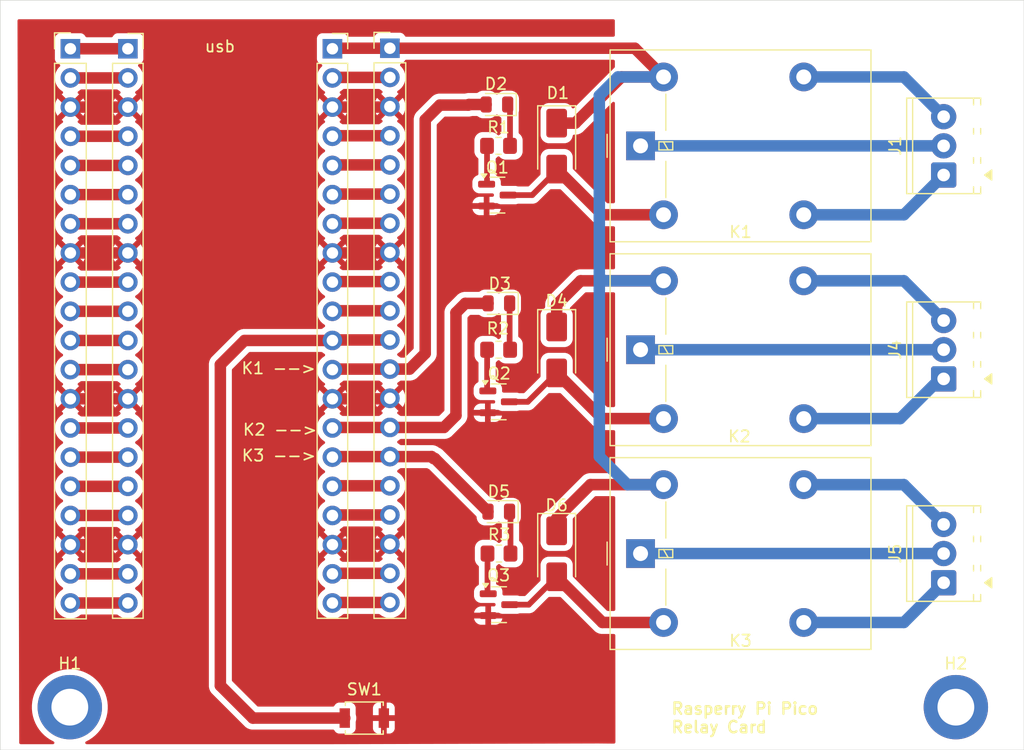
<source format=kicad_pcb>
(kicad_pcb (version 20241229) (generator "pcbnew") (generator_version "9.0")
  (layers (0 "F.Cu" signal) (2 "B.Cu" signal) (13 "F.Paste" user) (15 "B.Paste" user) (5 "F.SilkS" user "F.Silkscreen") (7 "B.SilkS" user "B.Silkscreen") (1 "F.Mask" user) (3 "B.Mask" user) (25 "Edge.Cuts" user))
  (net 0 "")
  (net 1 "/VBUS")
  (net 2 "Net-(D1-A)")
  (net 3 "Net-(D2-K)")
  (net 4 "/GP22")
  (net 5 "/GP21")
  (net 6 "Net-(D3-K)")
  (net 7 "Net-(D4-A)")
  (net 8 "/GP20")
  (net 9 "Net-(D5-K)")
  (net 10 "Net-(D6-A)")
  (net 11 "Net-(J1-Pin_2)")
  (net 12 "Net-(J1-Pin_3)")
  (net 13 "Net-(J1-Pin_1)")
  (net 14 "Net-(J2-Pin_20)")
  (net 15 "Net-(J2-Pin_5)")
  (net 16 "GND")
  (net 17 "Net-(J2-Pin_14)")
  (net 18 "Net-(J2-Pin_10)")
  (net 19 "Net-(J2-Pin_4)")
  (net 20 "Net-(J2-Pin_15)")
  (net 21 "Net-(J2-Pin_9)")
  (net 22 "Net-(J2-Pin_1)")
  (net 23 "Net-(J2-Pin_19)")
  (net 24 "Net-(J2-Pin_7)")
  (net 25 "Net-(J2-Pin_2)")
  (net 26 "Net-(J2-Pin_11)")
  (net 27 "Net-(J2-Pin_17)")
  (net 28 "Net-(J2-Pin_16)")
  (net 29 "Net-(J2-Pin_12)")
  (net 30 "Net-(J2-Pin_6)")
  (net 31 "Net-(J4-Pin_3)")
  (net 32 "Net-(J4-Pin_1)")
  (net 33 "Net-(J4-Pin_2)")
  (net 34 "Net-(J5-Pin_2)")
  (net 35 "Net-(J5-Pin_3)")
  (net 36 "Net-(J5-Pin_1)")
  (net 37 "Net-(J6-Pin_16)")
  (net 38 "Net-(J6-Pin_9)")
  (net 39 "Net-(J6-Pin_2)")
  (net 40 "Net-(J6-Pin_7)")
  (net 41 "Net-(J6-Pin_17)")
  (net 42 "Net-(J6-Pin_10)")
  (net 43 "Net-(J6-Pin_19)")
  (net 44 "Net-(J6-Pin_5)")
  (net 45 "Net-(J6-Pin_20)")
  (net 46 "Net-(J6-Pin_4)")
  (net 47 "/RUN")
  (net 48 "Net-(J6-Pin_6)")
  (net 49 "Net-(Q1-B)")
  (net 50 "Net-(Q2-B)")
  (net 51 "Net-(Q3-B)")
  (footprint "Connector_PinHeader_2.54mm:PinHeader_1x20_P2.54mm_Vertical" (layer "F.Cu") (at 47.2 26.92)
    (property "Reference" "J2" (hide yes))
    (property "Value" "Pico Left" (hide yes))
    (fp_line (start -1.38 -1.38) (end 0 -1.38) (stroke (width 0.12)) (layer "F.SilkS"))
    (fp_line (start -1.38 0) (end -1.38 -1.38) (stroke (width 0.12)) (layer "F.SilkS"))
    (fp_line (start -1.38 1.27) (end -1.38 49.64) (stroke (width 0.12)) (layer "F.SilkS"))
    (fp_line (start -1.38 1.27) (end 1.38 1.27) (stroke (width 0.12)) (layer "F.SilkS"))
    (fp_line (start -1.38 49.64) (end 1.38 49.64) (stroke (width 0.12)) (layer "F.SilkS"))
    (fp_line (start 1.38 1.27) (end 1.38 49.64) (stroke (width 0.12)) (layer "F.SilkS"))
    (pad "1" thru_hole rect (at 0 0) (size 1.7 1.7) (drill 1) (layers "*.Cu" "*.Mask") (net 22 "Net-(J2-Pin_1)"))
    (pad "2" thru_hole circle (at 0 2.54) (size 1.7 1.7) (drill 1) (layers "*.Cu" "*.Mask") (net 25 "Net-(J2-Pin_2)"))
    (pad "3" thru_hole circle (at 0 5.08) (size 1.7 1.7) (drill 1) (layers "*.Cu" "*.Mask") (net 16 "GND"))
    (pad "4" thru_hole circle (at 0 7.62) (size 1.7 1.7) (drill 1) (layers "*.Cu" "*.Mask") (net 19 "Net-(J2-Pin_4)"))
    (pad "5" thru_hole circle (at 0 10.16) (size 1.7 1.7) (drill 1) (layers "*.Cu" "*.Mask") (net 15 "Net-(J2-Pin_5)"))
    (pad "6" thru_hole circle (at 0 12.7) (size 1.7 1.7) (drill 1) (layers "*.Cu" "*.Mask") (net 30 "Net-(J2-Pin_6)"))
    (pad "7" thru_hole circle (at 0 15.24) (size 1.7 1.7) (drill 1) (layers "*.Cu" "*.Mask") (net 24 "Net-(J2-Pin_7)"))
    (pad "8" thru_hole circle (at 0 17.78) (size 1.7 1.7) (drill 1) (layers "*.Cu" "*.Mask") (net 16 "GND"))
    (pad "9" thru_hole circle (at 0 20.32) (size 1.7 1.7) (drill 1) (layers "*.Cu" "*.Mask") (net 21 "Net-(J2-Pin_9)"))
    (pad "10" thru_hole circle (at 0 22.86) (size 1.7 1.7) (drill 1) (layers "*.Cu" "*.Mask") (net 18 "Net-(J2-Pin_10)"))
    (pad "11" thru_hole circle (at 0 25.4) (size 1.7 1.7) (drill 1) (layers "*.Cu" "*.Mask") (net 26 "Net-(J2-Pin_11)"))
    (pad "12" thru_hole circle (at 0 27.94) (size 1.7 1.7) (drill 1) (layers "*.Cu" "*.Mask") (net 29 "Net-(J2-Pin_12)"))
    (pad "13" thru_hole circle (at 0 30.48) (size 1.7 1.7) (drill 1) (layers "*.Cu" "*.Mask") (net 16 "GND"))
    (pad "14" thru_hole circle (at 0 33.02) (size 1.7 1.7) (drill 1) (layers "*.Cu" "*.Mask") (net 17 "Net-(J2-Pin_14)"))
    (pad "15" thru_hole circle (at 0 35.56) (size 1.7 1.7) (drill 1) (layers "*.Cu" "*.Mask") (net 20 "Net-(J2-Pin_15)"))
    (pad "16" thru_hole circle (at 0 38.1) (size 1.7 1.7) (drill 1) (layers "*.Cu" "*.Mask") (net 28 "Net-(J2-Pin_16)"))
    (pad "17" thru_hole circle (at 0 40.64) (size 1.7 1.7) (drill 1) (layers "*.Cu" "*.Mask") (net 27 "Net-(J2-Pin_17)"))
    (pad "18" thru_hole circle (at 0 43.18) (size 1.7 1.7) (drill 1) (layers "*.Cu" "*.Mask") (net 16 "GND"))
    (pad "19" thru_hole circle (at 0 45.72) (size 1.7 1.7) (drill 1) (layers "*.Cu" "*.Mask") (net 23 "Net-(J2-Pin_19)"))
    (pad "20" thru_hole circle (at 0 48.26) (size 1.7 1.7) (drill 1) (layers "*.Cu" "*.Mask") (net 14 "Net-(J2-Pin_20)"))
  )
  (footprint "Resistor_SMD:R_0805_2012Metric_Pad1.20x1.40mm_HandSolder" (layer "F.Cu") (at 84.4625 53.125 180)
    (property "Reference" "R2" (at 0.0625 1.85 0) (layer "F.SilkS"))
    (property "Value" "110E" (hide yes))
    (fp_line (start -0.227064 0.735) (end 0.227064 0.735) (stroke (width 0.12)) (layer "F.SilkS"))
    (fp_line (start -0.227064 -0.735) (end 0.227064 -0.735) (stroke (width 0.12)) (layer "F.SilkS"))
    (pad "1" smd roundrect (at -1 0 180) (size 1.2 1.4) (layers "F.Cu" "F.Mask" "F.Paste") (roundrect_rratio 0.208333) (net 6 "Net-(D3-K)"))
    (pad "2" smd roundrect (at 1 0 180) (size 1.2 1.4) (layers "F.Cu" "F.Mask" "F.Paste") (roundrect_rratio 0.208333) (net 50 "Net-(Q2-B)"))
  )
  (footprint "Package_TO_SOT_SMD:SOT-23" (layer "F.Cu") (at 84.495 75.325)
    (property "Reference" "Q3" (at -0.0325 -2.55 0) (layer "F.SilkS"))
    (property "Value" "MMBT3904" (hide yes))
    (fp_line (start 0 -1.56) (end -0.65 -1.56) (stroke (width 0.12)) (layer "F.SilkS"))
    (fp_line (start 0 -1.56) (end 0.65 -1.56) (stroke (width 0.12)) (layer "F.SilkS"))
    (fp_line (start 0 1.56) (end -0.65 1.56) (stroke (width 0.12)) (layer "F.SilkS"))
    (fp_line (start 0 1.56) (end 0.65 1.56) (stroke (width 0.12)) (layer "F.SilkS"))
    (fp_poly (pts (xy -1.1625 -1.51) (xy -1.4025 -1.84) (xy -0.9225 -1.84)) (stroke (width 0.12)) (fill yes) (layer "F.SilkS"))
    (pad "1" smd roundrect (at -0.9375 -0.95) (size 1.475 0.6) (layers "F.Cu" "F.Mask" "F.Paste") (net 51 "Net-(Q3-B)"))
    (pad "2" smd roundrect (at -0.9375 0.95) (size 1.475 0.6) (layers "F.Cu" "F.Mask" "F.Paste") (net 16 "GND"))
    (pad "3" smd roundrect (at 0.9375 0) (size 1.475 0.6) (layers "F.Cu" "F.Mask" "F.Paste") (net 10 "Net-(D6-A)"))
  )
  (footprint "Resistor_SMD:R_0805_2012Metric_Pad1.20x1.40mm_HandSolder" (layer "F.Cu") (at 84.495 70.875 180)
    (property "Reference" "R3" (at -0.0175 1.65 180) (layer "F.SilkS"))
    (property "Value" "110E" (hide yes))
    (fp_line (start -0.227064 0.735) (end 0.227064 0.735) (stroke (width 0.12)) (layer "F.SilkS"))
    (fp_line (start -0.227064 -0.735) (end 0.227064 -0.735) (stroke (width 0.12)) (layer "F.SilkS"))
    (pad "1" smd roundrect (at -1 0 180) (size 1.2 1.4) (layers "F.Cu" "F.Mask" "F.Paste") (roundrect_rratio 0.208333) (net 9 "Net-(D5-K)"))
    (pad "2" smd roundrect (at 1 0 180) (size 1.2 1.4) (layers "F.Cu" "F.Mask" "F.Paste") (roundrect_rratio 0.208333) (net 51 "Net-(Q3-B)"))
  )
  (footprint "Package_TO_SOT_SMD:SOT-23" (layer "F.Cu") (at 84.4625 57.6625)
    (property "Reference" "Q2" (at 0.05 -2.465 0) (layer "F.SilkS"))
    (property "Value" "MMBT3904" (hide yes))
    (fp_line (start 0 -1.56) (end -0.65 -1.56) (stroke (width 0.12)) (layer "F.SilkS"))
    (fp_line (start 0 -1.56) (end 0.65 -1.56) (stroke (width 0.12)) (layer "F.SilkS"))
    (fp_line (start 0 1.56) (end -0.65 1.56) (stroke (width 0.12)) (layer "F.SilkS"))
    (fp_line (start 0 1.56) (end 0.65 1.56) (stroke (width 0.12)) (layer "F.SilkS"))
    (fp_poly (pts (xy -1.1625 -1.51) (xy -1.4025 -1.84) (xy -0.9225 -1.84)) (stroke (width 0.12)) (fill yes) (layer "F.SilkS"))
    (pad "1" smd roundrect (at -0.9375 -0.95) (size 1.475 0.6) (layers "F.Cu" "F.Mask" "F.Paste") (net 50 "Net-(Q2-B)"))
    (pad "2" smd roundrect (at -0.9375 0.95) (size 1.475 0.6) (layers "F.Cu" "F.Mask" "F.Paste") (net 16 "GND"))
    (pad "3" smd roundrect (at 0.9375 0) (size 1.475 0.6) (layers "F.Cu" "F.Mask" "F.Paste") (net 7 "Net-(D4-A)"))
  )
  (footprint "Connector_PinSocket_2.54mm:PinSocket_1x20_P2.54mm_Vertical" (layer "F.Cu") (at 70 26.92)
    (property "Reference" "J7" (hide yes))
    (property "Value" "Pico Right" (hide yes))
    (fp_line (start -1.33 1.27) (end -1.33 49.59) (stroke (width 0.12)) (layer "F.SilkS"))
    (fp_line (start -1.33 1.27) (end 1.33 1.27) (stroke (width 0.12)) (layer "F.SilkS"))
    (fp_line (start -1.33 49.59) (end 1.33 49.59) (stroke (width 0.12)) (layer "F.SilkS"))
    (fp_line (start 0 -1.33) (end 1.33 -1.33) (stroke (width 0.12)) (layer "F.SilkS"))
    (fp_line (start 1.33 -1.33) (end 1.33 0) (stroke (width 0.12)) (layer "F.SilkS"))
    (fp_line (start 1.33 1.27) (end 1.33 49.59) (stroke (width 0.12)) (layer "F.SilkS"))
    (pad "1" thru_hole rect (at 0 0) (size 1.7 1.7) (drill 1) (layers "*.Cu" "*.Mask") (net 1 "/VBUS"))
    (pad "2" thru_hole circle (at 0 2.54) (size 1.7 1.7) (drill 1) (layers "*.Cu" "*.Mask") (net 39 "Net-(J6-Pin_2)"))
    (pad "3" thru_hole circle (at 0 5.08) (size 1.7 1.7) (drill 1) (layers "*.Cu" "*.Mask") (net 16 "GND"))
    (pad "4" thru_hole circle (at 0 7.62) (size 1.7 1.7) (drill 1) (layers "*.Cu" "*.Mask") (net 46 "Net-(J6-Pin_4)"))
    (pad "5" thru_hole circle (at 0 10.16) (size 1.7 1.7) (drill 1) (layers "*.Cu" "*.Mask") (net 44 "Net-(J6-Pin_5)"))
    (pad "6" thru_hole circle (at 0 12.7) (size 1.7 1.7) (drill 1) (layers "*.Cu" "*.Mask") (net 48 "Net-(J6-Pin_6)"))
    (pad "7" thru_hole circle (at 0 15.24) (size 1.7 1.7) (drill 1) (layers "*.Cu" "*.Mask") (net 40 "Net-(J6-Pin_7)"))
    (pad "8" thru_hole circle (at 0 17.78) (size 1.7 1.7) (drill 1) (layers "*.Cu" "*.Mask") (net 16 "GND"))
    (pad "9" thru_hole circle (at 0 20.32) (size 1.7 1.7) (drill 1) (layers "*.Cu" "*.Mask") (net 38 "Net-(J6-Pin_9)"))
    (pad "10" thru_hole circle (at 0 22.86) (size 1.7 1.7) (drill 1) (layers "*.Cu" "*.Mask") (net 42 "Net-(J6-Pin_10)"))
    (pad "11" thru_hole circle (at 0 25.4) (size 1.7 1.7) (drill 1) (layers "*.Cu" "*.Mask") (net 47 "/RUN"))
    (pad "12" thru_hole circle (at 0 27.94) (size 1.7 1.7) (drill 1) (layers "*.Cu" "*.Mask") (net 4 "/GP22"))
    (pad "13" thru_hole circle (at 0 30.48) (size 1.7 1.7) (drill 1) (layers "*.Cu" "*.Mask") (net 16 "GND"))
    (pad "14" thru_hole circle (at 0 33.02) (size 1.7 1.7) (drill 1) (layers "*.Cu" "*.Mask") (net 5 "/GP21"))
    (pad "15" thru_hole circle (at 0 35.56) (size 1.7 1.7) (drill 1) (layers "*.Cu" "*.Mask") (net 8 "/GP20"))
    (pad "16" thru_hole circle (at 0 38.1) (size 1.7 1.7) (drill 1) (layers "*.Cu" "*.Mask") (net 37 "Net-(J6-Pin_16)"))
    (pad "17" thru_hole circle (at 0 40.64) (size 1.7 1.7) (drill 1) (layers "*.Cu" "*.Mask") (net 41 "Net-(J6-Pin_17)"))
    (pad "18" thru_hole circle (at 0 43.18) (size 1.7 1.7) (drill 1) (layers "*.Cu" "*.Mask") (net 16 "GND"))
    (pad "19" thru_hole circle (at 0 45.72) (size 1.7 1.7) (drill 1) (layers "*.Cu" "*.Mask") (net 43 "Net-(J6-Pin_19)"))
    (pad "20" thru_hole circle (at 0 48.26) (size 1.7 1.7) (drill 1) (layers "*.Cu" "*.Mask") (net 45 "Net-(J6-Pin_20)"))
  )
  (footprint "MountingHole:MountingHole_3.2mm_M3_DIN965_Pad_TopBottom" (layer "F.Cu") (at 47.15 84.25)
    (property "Reference" "H1" (at 0 -3.8 0) (layer "F.SilkS"))
    (property "Value" "MountingHole" (hide yes))
    (pad "1" thru_hole circle (at 0 0) (size 3.6 3.6) (drill 3.2) (layers "*.Cu" "*.Mask"))
    (pad "1" connect circle (at 0 0) (size 5.6 5.6) (layers "F.Cu" "F.Mask"))
    (pad "1" connect circle (at 0 0) (size 5.6 5.6) (layers "B.Cu" "B.Mask"))
  )
  (footprint "Relay_THT:Relay_SPDT_Omron-G5LE-1" (layer "F.Cu") (at 96.8125 70.875 90)
    (property "Reference" "K3" (at -7.6 8.7 180) (layer "F.SilkS"))
    (property "Value" "G5LE-1")
    (fp_line (start -1 -2.91) (end 1 -2.91) (stroke (width 0.12)) (layer "F.SilkS"))
    (fp_line (start 8.35 -2.65) (end -8.35 -2.65) (stroke (width 0.12)) (layer "F.SilkS"))
    (fp_line (start -8.35 -2.65) (end -8.35 20.05) (stroke (width 0.12)) (layer "F.SilkS"))
    (fp_line (start 0.35 1.6) (end -0.35 1.6) (stroke (width 0.12)) (layer "F.SilkS"))
    (fp_line (start -0.35 1.6) (end -0.35 2.8) (stroke (width 0.12)) (layer "F.SilkS"))
    (fp_line (start 1.35 2.2) (end 4.5 2.2) (stroke (width 0.12)) (layer "F.SilkS"))
    (fp_line (start -4.5 2.2) (end -1.35 2.2) (stroke (width 0.12)) (layer "F.SilkS"))
    (fp_line (start -0.35 2.4) (end 0.35 2) (stroke (width 0.12)) (layer "F.SilkS"))
    (fp_line (start 0.35 2.8) (end 0.35 1.6) (stroke (width 0.12)) (layer "F.SilkS"))
    (fp_line (start -0.35 2.8) (end 0.35 2.8) (stroke (width 0.12)) (layer "F.SilkS"))
    (fp_line (start 8.35 20.05) (end 8.35 -2.65) (stroke (width 0.12)) (layer "F.SilkS"))
    (fp_line (start -8.35 20.05) (end 8.35 20.05) (stroke (width 0.12)) (layer "F.SilkS"))
    (pad "1" thru_hole rect (at 0 0 90) (size 2.5 2.5) (drill 1.3) (layers "*.Cu" "*.Mask") (net 34 "Net-(J5-Pin_2)"))
    (pad "2" thru_hole oval (at -6 2 90) (size 2.5 2.5) (drill 1.3) (layers "*.Cu" "*.Mask") (net 10 "Net-(D6-A)"))
    (pad "3" thru_hole oval (at -6 14.2 90) (size 2.5 2.5) (drill 1.3) (layers "*.Cu" "*.Mask") (net 36 "Net-(J5-Pin_1)"))
    (pad "4" thru_hole oval (at 6 14.2 90) (size 2.5 2.5) (drill 1.3) (layers "*.Cu" "*.Mask") (net 35 "Net-(J5-Pin_3)"))
    (pad "5" thru_hole oval (at 6 2 90) (size 2.5 2.5) (drill 1.3) (layers "*.Cu" "*.Mask") (net 1 "/VBUS"))
  )
  (footprint "Diode_SMD:D_SMA" (layer "F.Cu") (at 89.5125 53.1475 -90)
    (property "Reference" "D4" (at -4.2725 0 0) (layer "F.SilkS"))
    (property "Value" "US1A" (hide yes))
    (fp_line (start -3.51 1.65) (end 2 1.65) (stroke (width 0.12)) (layer "F.SilkS"))
    (fp_line (start -3.51 -1.65) (end -3.51 1.65) (stroke (width 0.12)) (layer "F.SilkS"))
    (fp_line (start -3.51 -1.65) (end 2 -1.65) (stroke (width 0.12)) (layer "F.SilkS"))
    (pad "1" smd roundrect (at -2 0 270) (size 2.5 1.8) (layers "F.Cu" "F.Mask" "F.Paste") (roundrect_rratio 0.1388888889) (net 1 "/VBUS"))
    (pad "2" smd roundrect (at 2 0 270) (size 2.5 1.8) (layers "F.Cu" "F.Mask" "F.Paste") (roundrect_rratio 0.1388888889) (net 7 "Net-(D4-A)"))
  )
  (footprint "Diode_SMD:D_SMA" (layer "F.Cu") (at 89.5125 35.3975 -90)
    (property "Reference" "D1" (at -4.6225 -0.1 180) (layer "F.SilkS"))
    (property "Value" "US1A" (hide yes))
    (fp_line (start -3.51 1.65) (end 2 1.65) (stroke (width 0.12)) (layer "F.SilkS"))
    (fp_line (start -3.51 -1.65) (end -3.51 1.65) (stroke (width 0.12)) (layer "F.SilkS"))
    (fp_line (start -3.51 -1.65) (end 2 -1.65) (stroke (width 0.12)) (layer "F.SilkS"))
    (pad "1" smd roundrect (at -2 0 270) (size 2.5 1.8) (layers "F.Cu" "F.Mask" "F.Paste") (roundrect_rratio 0.1388888889) (net 1 "/VBUS"))
    (pad "2" smd roundrect (at 2 0 270) (size 2.5 1.8) (layers "F.Cu" "F.Mask" "F.Paste") (roundrect_rratio 0.1388888889) (net 2 "Net-(D1-A)"))
  )
  (footprint "LED_SMD:LED_0805_2012Metric" (layer "F.Cu") (at 84.3125 31.775 180)
    (property "Reference" "D2" (at 0.08 1.8 0) (layer "F.SilkS"))
    (property "Value" "LED" (hide yes))
    (fp_line (start 1 -0.96) (end -1.685 -0.96) (stroke (width 0.12)) (layer "F.SilkS"))
    (fp_line (start -1.685 0.96) (end 1 0.96) (stroke (width 0.12)) (layer "F.SilkS"))
    (fp_line (start -1.685 -0.96) (end -1.685 0.96) (stroke (width 0.12)) (layer "F.SilkS"))
    (pad "1" smd roundrect (at -0.9375 0 180) (size 0.975 1.4) (layers "F.Cu" "F.Mask" "F.Paste") (net 3 "Net-(D2-K)"))
    (pad "2" smd roundrect (at 0.9375 0 180) (size 0.975 1.4) (layers "F.Cu" "F.Mask" "F.Paste") (net 4 "/GP22"))
  )
  (footprint "TerminalBlock_Phoenix:TerminalBlock_Phoenix_MPT-0,5-3-2.54_1x03_P2.54mm_Horizontal" (layer "F.Cu") (at 123.1875 55.665 90)
    (property "Reference" "J4" (at 2.54 -4.22 90) (layer "F.SilkS"))
    (property "Value" "Screw_Terminal_01x03" (hide yes))
    (fp_line (start 6.7 -3.22) (end 6.7 3.22) (stroke (width 0.12)) (layer "F.SilkS"))
    (fp_line (start -1.62 -3.22) (end 6.7 -3.22) (stroke (width 0.12)) (layer "F.SilkS"))
    (fp_line (start -1.62 -3.22) (end -1.62 3.22) (stroke (width 0.12)) (layer "F.SilkS"))
    (fp_line (start -1.62 -2.7) (end 6.7 -2.7) (stroke (width 0.12)) (layer "F.SilkS"))
    (fp_line (start 6.11 2.6) (end 6.7 2.6) (stroke (width 0.12)) (layer "F.SilkS"))
    (fp_line (start 3.57 2.6) (end 4.05 2.6) (stroke (width 0.12)) (layer "F.SilkS"))
    (fp_line (start 1.03 2.6) (end 1.51 2.6) (stroke (width 0.12)) (layer "F.SilkS"))
    (fp_line (start -1.62 2.6) (end -1.03 2.6) (stroke (width 0.12)) (layer "F.SilkS"))
    (fp_line (start 6.11 3.22) (end 6.7 3.22) (stroke (width 0.12)) (layer "F.SilkS"))
    (fp_line (start 3.57 3.22) (end 4.05 3.22) (stroke (width 0.12)) (layer "F.SilkS"))
    (fp_line (start 1.03 3.22) (end 1.51 3.22) (stroke (width 0.12)) (layer "F.SilkS"))
    (fp_line (start -1.62 3.22) (end -1.03 3.22) (stroke (width 0.12)) (layer "F.SilkS"))
    (fp_poly (pts (xy 0 3.57) (xy 0.44 4.18) (xy -0.44 4.18)) (stroke (width 0.12)) (fill yes) (layer "F.SilkS"))
    (pad "" np_thru_hole circle (at 0 2.54 90) (size 1.1 1.1) (drill 1.1) (layers "*.Cu" "*.Mask"))
    (pad "" np_thru_hole circle (at 2.54 2.54 90) (size 1.1 1.1) (drill 1.1) (layers "*.Cu" "*.Mask"))
    (pad "" np_thru_hole circle (at 5.08 2.54 90) (size 1.1 1.1) (drill 1.1) (layers "*.Cu" "*.Mask"))
    (pad "1" thru_hole roundrect (at 0 0 90) (size 2.2 2.2) (drill 1.1) (layers "*.Cu" "*.Mask") (roundrect_rratio 0.113636) (net 32 "Net-(J4-Pin_1)"))
    (pad "2" thru_hole circle (at 2.54 0 90) (size 2.2 2.2) (drill 1.1) (layers "*.Cu" "*.Mask") (net 33 "Net-(J4-Pin_2)"))
    (pad "3" thru_hole circle (at 5.08 0 90) (size 2.2 2.2) (drill 1.1) (layers "*.Cu" "*.Mask") (net 31 "Net-(J4-Pin_3)"))
  )
  (footprint "TerminalBlock_Phoenix:TerminalBlock_Phoenix_MPT-0,5-3-2.54_1x03_P2.54mm_Horizontal" (layer "F.Cu") (at 123.1875 73.415 90)
    (property "Reference" "J5" (at 2.54 -4.22 90) (layer "F.SilkS"))
    (property "Value" "Screw_Terminal_01x03" (hide yes))
    (fp_line (start 6.7 -3.22) (end 6.7 3.22) (stroke (width 0.12)) (layer "F.SilkS"))
    (fp_line (start -1.62 -3.22) (end 6.7 -3.22) (stroke (width 0.12)) (layer "F.SilkS"))
    (fp_line (start -1.62 -3.22) (end -1.62 3.22) (stroke (width 0.12)) (layer "F.SilkS"))
    (fp_line (start -1.62 -2.7) (end 6.7 -2.7) (stroke (width 0.12)) (layer "F.SilkS"))
    (fp_line (start 6.11 2.6) (end 6.7 2.6) (stroke (width 0.12)) (layer "F.SilkS"))
    (fp_line (start 3.57 2.6) (end 4.05 2.6) (stroke (width 0.12)) (layer "F.SilkS"))
    (fp_line (start 1.03 2.6) (end 1.51 2.6) (stroke (width 0.12)) (layer "F.SilkS"))
    (fp_line (start -1.62 2.6) (end -1.03 2.6) (stroke (width 0.12)) (layer "F.SilkS"))
    (fp_line (start 6.11 3.22) (end 6.7 3.22) (stroke (width 0.12)) (layer "F.SilkS"))
    (fp_line (start 3.57 3.22) (end 4.05 3.22) (stroke (width 0.12)) (layer "F.SilkS"))
    (fp_line (start 1.03 3.22) (end 1.51 3.22) (stroke (width 0.12)) (layer "F.SilkS"))
    (fp_line (start -1.62 3.22) (end -1.03 3.22) (stroke (width 0.12)) (layer "F.SilkS"))
    (fp_poly (pts (xy 0 3.57) (xy 0.44 4.18) (xy -0.44 4.18)) (stroke (width 0.12)) (fill yes) (layer "F.SilkS"))
    (pad "" np_thru_hole circle (at 0 2.54 90) (size 1.1 1.1) (drill 1.1) (layers "*.Cu" "*.Mask"))
    (pad "" np_thru_hole circle (at 2.54 2.54 90) (size 1.1 1.1) (drill 1.1) (layers "*.Cu" "*.Mask"))
    (pad "" np_thru_hole circle (at 5.08 2.54 90) (size 1.1 1.1) (drill 1.1) (layers "*.Cu" "*.Mask"))
    (pad "1" thru_hole roundrect (at 0 0 90) (size 2.2 2.2) (drill 1.1) (layers "*.Cu" "*.Mask") (roundrect_rratio 0.113636) (net 36 "Net-(J5-Pin_1)"))
    (pad "2" thru_hole circle (at 2.54 0 90) (size 2.2 2.2) (drill 1.1) (layers "*.Cu" "*.Mask") (net 34 "Net-(J5-Pin_2)"))
    (pad "3" thru_hole circle (at 5.08 0 90) (size 2.2 2.2) (drill 1.1) (layers "*.Cu" "*.Mask") (net 35 "Net-(J5-Pin_3)"))
  )
  (footprint "Relay_THT:Relay_SPDT_Omron-G5LE-1" (layer "F.Cu") (at 96.8125 53.125 90)
    (property "Reference" "K2" (at -7.55 8.6 180) (layer "F.SilkS"))
    (property "Value" "G5LE-1")
    (fp_line (start -1 -2.91) (end 1 -2.91) (stroke (width 0.12)) (layer "F.SilkS"))
    (fp_line (start 8.35 -2.65) (end -8.35 -2.65) (stroke (width 0.12)) (layer "F.SilkS"))
    (fp_line (start -8.35 -2.65) (end -8.35 20.05) (stroke (width 0.12)) (layer "F.SilkS"))
    (fp_line (start 0.35 1.6) (end -0.35 1.6) (stroke (width 0.12)) (layer "F.SilkS"))
    (fp_line (start -0.35 1.6) (end -0.35 2.8) (stroke (width 0.12)) (layer "F.SilkS"))
    (fp_line (start 1.35 2.2) (end 4.5 2.2) (stroke (width 0.12)) (layer "F.SilkS"))
    (fp_line (start -4.5 2.2) (end -1.35 2.2) (stroke (width 0.12)) (layer "F.SilkS"))
    (fp_line (start -0.35 2.4) (end 0.35 2) (stroke (width 0.12)) (layer "F.SilkS"))
    (fp_line (start 0.35 2.8) (end 0.35 1.6) (stroke (width 0.12)) (layer "F.SilkS"))
    (fp_line (start -0.35 2.8) (end 0.35 2.8) (stroke (width 0.12)) (layer "F.SilkS"))
    (fp_line (start 8.35 20.05) (end 8.35 -2.65) (stroke (width 0.12)) (layer "F.SilkS"))
    (fp_line (start -8.35 20.05) (end 8.35 20.05) (stroke (width 0.12)) (layer "F.SilkS"))
    (pad "1" thru_hole rect (at 0 0 90) (size 2.5 2.5) (drill 1.3) (layers "*.Cu" "*.Mask") (net 33 "Net-(J4-Pin_2)"))
    (pad "2" thru_hole oval (at -6 2 90) (size 2.5 2.5) (drill 1.3) (layers "*.Cu" "*.Mask") (net 7 "Net-(D4-A)"))
    (pad "3" thru_hole oval (at -6 14.2 90) (size 2.5 2.5) (drill 1.3) (layers "*.Cu" "*.Mask") (net 32 "Net-(J4-Pin_1)"))
    (pad "4" thru_hole oval (at 6 14.2 90) (size 2.5 2.5) (drill 1.3) (layers "*.Cu" "*.Mask") (net 31 "Net-(J4-Pin_3)"))
    (pad "5" thru_hole oval (at 6 2 90) (size 2.5 2.5) (drill 1.3) (layers "*.Cu" "*.Mask") (net 1 "/VBUS"))
  )
  (footprint "LED_SMD:LED_0805_2012Metric" (layer "F.Cu") (at 84.475 67.225 180)
    (property "Reference" "D5" (at -0.0075 1.75 180) (layer "F.SilkS"))
    (property "Value" "LED" (hide yes))
    (fp_line (start 1 -0.96) (end -1.685 -0.96) (stroke (width 0.12)) (layer "F.SilkS"))
    (fp_line (start -1.685 0.96) (end 1 0.96) (stroke (width 0.12)) (layer "F.SilkS"))
    (fp_line (start -1.685 -0.96) (end -1.685 0.96) (stroke (width 0.12)) (layer "F.SilkS"))
    (pad "1" smd roundrect (at -0.9375 0 180) (size 0.975 1.4) (layers "F.Cu" "F.Mask" "F.Paste") (net 9 "Net-(D5-K)"))
    (pad "2" smd roundrect (at 0.9375 0 180) (size 0.975 1.4) (layers "F.Cu" "F.Mask" "F.Paste") (net 8 "/GP20"))
  )
  (footprint "Relay_THT:Relay_SPDT_Omron-G5LE-1" (layer "F.Cu") (at 96.8125 35.375 90)
    (property "Reference" "K1" (at -7.5 8.7 180) (layer "F.SilkS"))
    (property "Value" "G5LE-1")
    (fp_line (start -1 -2.91) (end 1 -2.91) (stroke (width 0.12)) (layer "F.SilkS"))
    (fp_line (start 8.35 -2.65) (end -8.35 -2.65) (stroke (width 0.12)) (layer "F.SilkS"))
    (fp_line (start -8.35 -2.65) (end -8.35 20.05) (stroke (width 0.12)) (layer "F.SilkS"))
    (fp_line (start 0.35 1.6) (end -0.35 1.6) (stroke (width 0.12)) (layer "F.SilkS"))
    (fp_line (start -0.35 1.6) (end -0.35 2.8) (stroke (width 0.12)) (layer "F.SilkS"))
    (fp_line (start 1.35 2.2) (end 4.5 2.2) (stroke (width 0.12)) (layer "F.SilkS"))
    (fp_line (start -4.5 2.2) (end -1.35 2.2) (stroke (width 0.12)) (layer "F.SilkS"))
    (fp_line (start -0.35 2.4) (end 0.35 2) (stroke (width 0.12)) (layer "F.SilkS"))
    (fp_line (start 0.35 2.8) (end 0.35 1.6) (stroke (width 0.12)) (layer "F.SilkS"))
    (fp_line (start -0.35 2.8) (end 0.35 2.8) (stroke (width 0.12)) (layer "F.SilkS"))
    (fp_line (start 8.35 20.05) (end 8.35 -2.65) (stroke (width 0.12)) (layer "F.SilkS"))
    (fp_line (start -8.35 20.05) (end 8.35 20.05) (stroke (width 0.12)) (layer "F.SilkS"))
    (pad "1" thru_hole rect (at 0 0 90) (size 2.5 2.5) (drill 1.3) (layers "*.Cu" "*.Mask") (net 11 "Net-(J1-Pin_2)"))
    (pad "2" thru_hole oval (at -6 2 90) (size 2.5 2.5) (drill 1.3) (layers "*.Cu" "*.Mask") (net 2 "Net-(D1-A)"))
    (pad "3" thru_hole oval (at -6 14.2 90) (size 2.5 2.5) (drill 1.3) (layers "*.Cu" "*.Mask") (net 13 "Net-(J1-Pin_1)"))
    (pad "4" thru_hole oval (at 6 14.2 90) (size 2.5 2.5) (drill 1.3) (layers "*.Cu" "*.Mask") (net 12 "Net-(J1-Pin_3)"))
    (pad "5" thru_hole oval (at 6 2 90) (size 2.5 2.5) (drill 1.3) (layers "*.Cu" "*.Mask") (net 1 "/VBUS"))
  )
  (footprint "TerminalBlock_Phoenix:TerminalBlock_Phoenix_MPT-0,5-3-2.54_1x03_P2.54mm_Horizontal" (layer "F.Cu") (at 123.1875 37.915 90)
    (property "Reference" "J1" (at 2.54 -4.22 90) (layer "F.SilkS"))
    (property "Value" "Screw_Terminal_01x03" (hide yes))
    (fp_line (start 6.7 -3.22) (end 6.7 3.22) (stroke (width 0.12)) (layer "F.SilkS"))
    (fp_line (start -1.62 -3.22) (end 6.7 -3.22) (stroke (width 0.12)) (layer "F.SilkS"))
    (fp_line (start -1.62 -3.22) (end -1.62 3.22) (stroke (width 0.12)) (layer "F.SilkS"))
    (fp_line (start -1.62 -2.7) (end 6.7 -2.7) (stroke (width 0.12)) (layer "F.SilkS"))
    (fp_line (start 6.11 2.6) (end 6.7 2.6) (stroke (width 0.12)) (layer "F.SilkS"))
    (fp_line (start 3.57 2.6) (end 4.05 2.6) (stroke (width 0.12)) (layer "F.SilkS"))
    (fp_line (start 1.03 2.6) (end 1.51 2.6) (stroke (width 0.12)) (layer "F.SilkS"))
    (fp_line (start -1.62 2.6) (end -1.03 2.6) (stroke (width 0.12)) (layer "F.SilkS"))
    (fp_line (start 6.11 3.22) (end 6.7 3.22) (stroke (width 0.12)) (layer "F.SilkS"))
    (fp_line (start 3.57 3.22) (end 4.05 3.22) (stroke (width 0.12)) (layer "F.SilkS"))
    (fp_line (start 1.03 3.22) (end 1.51 3.22) (stroke (width 0.12)) (layer "F.SilkS"))
    (fp_line (start -1.62 3.22) (end -1.03 3.22) (stroke (width 0.12)) (layer "F.SilkS"))
    (fp_poly (pts (xy 0 3.57) (xy 0.44 4.18) (xy -0.44 4.18)) (stroke (width 0.12)) (fill yes) (layer "F.SilkS"))
    (pad "" np_thru_hole circle (at 0 2.54 90) (size 1.1 1.1) (drill 1.1) (layers "*.Cu" "*.Mask"))
    (pad "" np_thru_hole circle (at 2.54 2.54 90) (size 1.1 1.1) (drill 1.1) (layers "*.Cu" "*.Mask"))
    (pad "" np_thru_hole circle (at 5.08 2.54 90) (size 1.1 1.1) (drill 1.1) (layers "*.Cu" "*.Mask"))
    (pad "1" thru_hole roundrect (at 0 0 90) (size 2.2 2.2) (drill 1.1) (layers "*.Cu" "*.Mask") (roundrect_rratio 0.113636) (net 13 "Net-(J1-Pin_1)"))
    (pad "2" thru_hole circle (at 2.54 0 90) (size 2.2 2.2) (drill 1.1) (layers "*.Cu" "*.Mask") (net 11 "Net-(J1-Pin_2)"))
    (pad "3" thru_hole circle (at 5.08 0 90) (size 2.2 2.2) (drill 1.1) (layers "*.Cu" "*.Mask") (net 12 "Net-(J1-Pin_3)"))
  )
  (footprint "Package_TO_SOT_SMD:SOT-23" (layer "F.Cu") (at 84.35375 39.6625)
    (property "Reference" "Q1" (at 0 -2.4 0) (layer "F.SilkS"))
    (property "Value" "MMBT3904" (hide yes))
    (fp_line (start 0 -1.56) (end -0.65 -1.56) (stroke (width 0.12)) (layer "F.SilkS"))
    (fp_line (start 0 -1.56) (end 0.65 -1.56) (stroke (width 0.12)) (layer "F.SilkS"))
    (fp_line (start 0 1.56) (end -0.65 1.56) (stroke (width 0.12)) (layer "F.SilkS"))
    (fp_line (start 0 1.56) (end 0.65 1.56) (stroke (width 0.12)) (layer "F.SilkS"))
    (fp_poly (pts (xy -1.1625 -1.51) (xy -1.4025 -1.84) (xy -0.9225 -1.84)) (stroke (width 0.12)) (fill yes) (layer "F.SilkS"))
    (pad "1" smd roundrect (at -0.9375 -0.95) (size 1.475 0.6) (layers "F.Cu" "F.Mask" "F.Paste") (net 49 "Net-(Q1-B)"))
    (pad "2" smd roundrect (at -0.9375 0.95) (size 1.475 0.6) (layers "F.Cu" "F.Mask" "F.Paste") (net 16 "GND"))
    (pad "3" smd roundrect (at 0.9375 0) (size 1.475 0.6) (layers "F.Cu" "F.Mask" "F.Paste") (net 2 "Net-(D1-A)"))
  )
  (footprint "MountingHole:MountingHole_3.2mm_M3_DIN965_Pad_TopBottom" (layer "F.Cu") (at 124.25 84.25)
    (property "Reference" "H2" (at 0 -3.8 0) (layer "F.SilkS"))
    (property "Value" "MountingHole" (hide yes))
    (pad "1" thru_hole circle (at 0 0) (size 3.6 3.6) (drill 3.2) (layers "*.Cu" "*.Mask"))
    (pad "1" connect circle (at 0 0) (size 5.6 5.6) (layers "F.Cu" "F.Mask"))
    (pad "1" connect circle (at 0 0) (size 5.6 5.6) (layers "B.Cu" "B.Mask"))
  )
  (footprint "Resistor_SMD:R_0805_2012Metric_Pad1.20x1.40mm_HandSolder" (layer "F.Cu") (at 84.453125 35.375 180)
    (property "Reference" "R1" (at 0 1.61 0) (layer "F.SilkS"))
    (property "Value" "110E" (hide yes))
    (fp_line (start -0.227064 0.735) (end 0.227064 0.735) (stroke (width 0.12)) (layer "F.SilkS"))
    (fp_line (start -0.227064 -0.735) (end 0.227064 -0.735) (stroke (width 0.12)) (layer "F.SilkS"))
    (pad "1" smd roundrect (at -1 0 180) (size 1.2 1.4) (layers "F.Cu" "F.Mask" "F.Paste") (roundrect_rratio 0.208333) (net 3 "Net-(D2-K)"))
    (pad "2" smd roundrect (at 1 0 180) (size 1.2 1.4) (layers "F.Cu" "F.Mask" "F.Paste") (roundrect_rratio 0.208333) (net 49 "Net-(Q1-B)"))
  )
  (footprint "Diode_SMD:D_SMA" (layer "F.Cu") (at 89.5125 70.8975 -90)
    (property "Reference" "D6" (at -4.2225 0 180) (layer "F.SilkS"))
    (property "Value" "US1A" (hide yes))
    (fp_line (start -3.51 1.65) (end 2 1.65) (stroke (width 0.12)) (layer "F.SilkS"))
    (fp_line (start -3.51 -1.65) (end -3.51 1.65) (stroke (width 0.12)) (layer "F.SilkS"))
    (fp_line (start -3.51 -1.65) (end 2 -1.65) (stroke (width 0.12)) (layer "F.SilkS"))
    (pad "1" smd roundrect (at -2 0 270) (size 2.5 1.8) (layers "F.Cu" "F.Mask" "F.Paste") (roundrect_rratio 0.1388888889) (net 1 "/VBUS"))
    (pad "2" smd roundrect (at 2 0 270) (size 2.5 1.8) (layers "F.Cu" "F.Mask" "F.Paste") (roundrect_rratio 0.1388888889) (net 10 "Net-(D6-A)"))
  )
  (footprint "LED_SMD:LED_0805_2012Metric" (layer "F.Cu") (at 84.4825 49.09 180)
    (property "Reference" "D3" (at -0.08 1.715 0) (layer "F.SilkS"))
    (property "Value" "LED" (hide yes))
    (fp_line (start 1 -0.96) (end -1.685 -0.96) (stroke (width 0.12)) (layer "F.SilkS"))
    (fp_line (start -1.685 0.96) (end 1 0.96) (stroke (width 0.12)) (layer "F.SilkS"))
    (fp_line (start -1.685 -0.96) (end -1.685 0.96) (stroke (width 0.12)) (layer "F.SilkS"))
    (pad "1" smd roundrect (at -0.9375 0 180) (size 0.975 1.4) (layers "F.Cu" "F.Mask" "F.Paste") (net 6 "Net-(D3-K)"))
    (pad "2" smd roundrect (at 0.9375 0 180) (size 0.975 1.4) (layers "F.Cu" "F.Mask" "F.Paste") (net 5 "/GP21"))
  )
  (footprint "Button_Switch_SMD:SW_SPST_B3U-1000P" (layer "F.Cu") (at 72.775 85.2)
    (property "Reference" "SW1" (at 0 -2.5 0) (layer "F.SilkS"))
    (property "Value" "Reset")
    (fp_line (start -1.65 -1.4) (end 1.65 -1.4) (stroke (width 0.12)) (layer "F.SilkS"))
    (fp_line (start -1.65 -1.1) (end -1.65 -1.4) (stroke (width 0.12)) (layer "F.SilkS"))
    (fp_line (start -1.65 1.1) (end -1.65 1.4) (stroke (width 0.12)) (layer "F.SilkS"))
    (fp_line (start -1.65 1.4) (end 1.65 1.4) (stroke (width 0.12)) (layer "F.SilkS"))
    (fp_line (start 1.65 -1.4) (end 1.65 -1.1) (stroke (width 0.12)) (layer "F.SilkS"))
    (fp_line (start 1.65 1.4) (end 1.65 1.1) (stroke (width 0.12)) (layer "F.SilkS"))
    (pad "1" smd rect (at -1.7 0) (size 0.9 1.7) (layers "F.Cu" "F.Mask" "F.Paste") (net 47 "/RUN"))
    (pad "2" smd rect (at 1.7 0) (size 0.9 1.7) (layers "F.Cu" "F.Mask" "F.Paste") (net 16 "GND"))
  )
  (footprint "Connector_PinSocket_2.54mm:PinSocket_1x20_P2.54mm_Vertical" (layer "F.Cu") (at 52.2 26.92)
    (property "Reference" "J3" (hide yes))
    (property "Value" "Pico Left" (hide yes))
    (fp_line (start -1.33 1.27) (end -1.33 49.59) (stroke (width 0.12)) (layer "F.SilkS"))
    (fp_line (start -1.33 1.27) (end 1.33 1.27) (stroke (width 0.12)) (layer "F.SilkS"))
    (fp_line (start -1.33 49.59) (end 1.33 49.59) (stroke (width 0.12)) (layer "F.SilkS"))
    (fp_line (start 0 -1.33) (end 1.33 -1.33) (stroke (width 0.12)) (layer "F.SilkS"))
    (fp_line (start 1.33 -1.33) (end 1.33 0) (stroke (width 0.12)) (layer "F.SilkS"))
    (fp_line (start 1.33 1.27) (end 1.33 49.59) (stroke (width 0.12)) (layer "F.SilkS"))
    (pad "1" thru_hole rect (at 0 0) (size 1.7 1.7) (drill 1) (layers "*.Cu" "*.Mask") (net 22 "Net-(J2-Pin_1)"))
    (pad "2" thru_hole circle (at 0 2.54) (size 1.7 1.7) (drill 1) (layers "*.Cu" "*.Mask") (net 25 "Net-(J2-Pin_2)"))
    (pad "3" thru_hole circle (at 0 5.08) (size 1.7 1.7) (drill 1) (layers "*.Cu" "*.Mask") (net 16 "GND"))
    (pad "4" thru_hole circle (at 0 7.62) (size 1.7 1.7) (drill 1) (layers "*.Cu" "*.Mask") (net 19 "Net-(J2-Pin_4)"))
    (pad "5" thru_hole circle (at 0 10.16) (size 1.7 1.7) (drill 1) (layers "*.Cu" "*.Mask") (net 15 "Net-(J2-Pin_5)"))
    (pad "6" thru_hole circle (at 0 12.7) (size 1.7 1.7) (drill 1) (layers "*.Cu" "*.Mask") (net 30 "Net-(J2-Pin_6)"))
    (pad "7" thru_hole circle (at 0 15.24) (size 1.7 1.7) (drill 1) (layers "*.Cu" "*.Mask") (net 24 "Net-(J2-Pin_7)"))
    (pad "8" thru_hole circle (at 0 17.78) (size 1.7 1.7) (drill 1) (layers "*.Cu" "*.Mask") (net 16 "GND"))
    (pad "9" thru_hole circle (at 0 20.32) (size 1.7 1.7) (drill 1) (layers "*.Cu" "*.Mask") (net 21 "Net-(J2-Pin_9)"))
    (pad "10" thru_hole circle (at 0 22.86) (size 1.7 1.7) (drill 1) (layers "*.Cu" "*.Mask") (net 18 "Net-(J2-Pin_10)"))
    (pad "11" thru_hole circle (at 0 25.4) (size 1.7 1.7) (drill 1) (layers "*.Cu" "*.Mask") (net 26 "Net-(J2-Pin_11)"))
    (pad "12" thru_hole circle (at 0 27.94) (size 1.7 1.7) (drill 1) (layers "*.Cu" "*.Mask") (net 29 "Net-(J2-Pin_12)"))
    (pad "13" thru_hole circle (at 0 30.48) (size 1.7 1.7) (drill 1) (layers "*.Cu" "*.Mask") (net 16 "GND"))
    (pad "14" thru_hole circle (at 0 33.02) (size 1.7 1.7) (drill 1) (layers "*.Cu" "*.Mask") (net 17 "Net-(J2-Pin_14)"))
    (pad "15" thru_hole circle (at 0 35.56) (size 1.7 1.7) (drill 1) (layers "*.Cu" "*.Mask") (net 20 "Net-(J2-Pin_15)"))
    (pad "16" thru_hole circle (at 0 38.1) (size 1.7 1.7) (drill 1) (layers "*.Cu" "*.Mask") (net 28 "Net-(J2-Pin_16)"))
    (pad "17" thru_hole circle (at 0 40.64) (size 1.7 1.7) (drill 1) (layers "*.Cu" "*.Mask") (net 27 "Net-(J2-Pin_17)"))
    (pad "18" thru_hole circle (at 0 43.18) (size 1.7 1.7) (drill 1) (layers "*.Cu" "*.Mask") (net 16 "GND"))
    (pad "19" thru_hole circle (at 0 45.72) (size 1.7 1.7) (drill 1) (layers "*.Cu" "*.Mask") (net 23 "Net-(J2-Pin_19)"))
    (pad "20" thru_hole circle (at 0 48.26) (size 1.7 1.7) (drill 1) (layers "*.Cu" "*.Mask") (net 14 "Net-(J2-Pin_20)"))
  )
  (footprint "Connector_PinHeader_2.54mm:PinHeader_1x20_P2.54mm_Vertical" (layer "F.Cu") (at 75 26.875)
    (property "Reference" "J6" (hide yes))
    (property "Value" "Pico Right" (hide yes))
    (fp_line (start -1.38 -1.38) (end 0 -1.38) (stroke (width 0.12)) (layer "F.SilkS"))
    (fp_line (start -1.38 0) (end -1.38 -1.38) (stroke (width 0.12)) (layer "F.SilkS"))
    (fp_line (start -1.38 1.27) (end -1.38 49.64) (stroke (width 0.12)) (layer "F.SilkS"))
    (fp_line (start -1.38 1.27) (end 1.38 1.27) (stroke (width 0.12)) (layer "F.SilkS"))
    (fp_line (start -1.38 49.64) (end 1.38 49.64) (stroke (width 0.12)) (layer "F.SilkS"))
    (fp_line (start 1.38 1.27) (end 1.38 49.64) (stroke (width 0.12)) (layer "F.SilkS"))
    (pad "1" thru_hole rect (at 0 0) (size 1.7 1.7) (drill 1) (layers "*.Cu" "*.Mask") (net 1 "/VBUS"))
    (pad "2" thru_hole circle (at 0 2.54) (size 1.7 1.7) (drill 1) (layers "*.Cu" "*.Mask") (net 39 "Net-(J6-Pin_2)"))
    (pad "3" thru_hole circle (at 0 5.08) (size 1.7 1.7) (drill 1) (layers "*.Cu" "*.Mask") (net 16 "GND"))
    (pad "4" thru_hole circle (at 0 7.62) (size 1.7 1.7) (drill 1) (layers "*.Cu" "*.Mask") (net 46 "Net-(J6-Pin_4)"))
    (pad "5" thru_hole circle (at 0 10.16) (size 1.7 1.7) (drill 1) (layers "*.Cu" "*.Mask") (net 44 "Net-(J6-Pin_5)"))
    (pad "6" thru_hole circle (at 0 12.7) (size 1.7 1.7) (drill 1) (layers "*.Cu" "*.Mask") (net 48 "Net-(J6-Pin_6)"))
    (pad "7" thru_hole circle (at 0 15.24) (size 1.7 1.7) (drill 1) (layers "*.Cu" "*.Mask") (net 40 "Net-(J6-Pin_7)"))
    (pad "8" thru_hole circle (at 0 17.78) (size 1.7 1.7) (drill 1) (layers "*.Cu" "*.Mask") (net 16 "GND"))
    (pad "9" thru_hole circle (at 0 20.32) (size 1.7 1.7) (drill 1) (layers "*.Cu" "*.Mask") (net 38 "Net-(J6-Pin_9)"))
    (pad "10" thru_hole circle (at 0 22.86) (size 1.7 1.7) (drill 1) (layers "*.Cu" "*.Mask") (net 42 "Net-(J6-Pin_10)"))
    (pad "11" thru_hole circle (at 0 25.4) (size 1.7 1.7) (drill 1) (layers "*.Cu" "*.Mask") (net 47 "/RUN"))
    (pad "12" thru_hole circle (at 0 27.94) (size 1.7 1.7) (drill 1) (layers "*.Cu" "*.Mask") (net 4 "/GP22"))
    (pad "13" thru_hole circle (at 0 30.48) (size 1.7 1.7) (drill 1) (layers "*.Cu" "*.Mask") (net 16 "GND"))
    (pad "14" thru_hole circle (at 0 33.02) (size 1.7 1.7) (drill 1) (layers "*.Cu" "*.Mask") (net 5 "/GP21"))
    (pad "15" thru_hole circle (at 0 35.56) (size 1.7 1.7) (drill 1) (layers "*.Cu" "*.Mask") (net 8 "/GP20"))
    (pad "16" thru_hole circle (at 0 38.1) (size 1.7 1.7) (drill 1) (layers "*.Cu" "*.Mask") (net 37 "Net-(J6-Pin_16)"))
    (pad "17" thru_hole circle (at 0 40.64) (size 1.7 1.7) (drill 1) (layers "*.Cu" "*.Mask") (net 41 "Net-(J6-Pin_17)"))
    (pad "18" thru_hole circle (at 0 43.18) (size 1.7 1.7) (drill 1) (layers "*.Cu" "*.Mask") (net 16 "GND"))
    (pad "19" thru_hole circle (at 0 45.72) (size 1.7 1.7) (drill 1) (layers "*.Cu" "*.Mask") (net 43 "Net-(J6-Pin_19)"))
    (pad "20" thru_hole circle (at 0 48.26) (size 1.7 1.7) (drill 1) (layers "*.Cu" "*.Mask") (net 45 "Net-(J6-Pin_20)"))
  )
  (gr_rect (start 41.1 22.7) (end 130.175 87.975) (stroke (width 0.05)) (fill no) (layer "Edge.Cuts"))
  (gr_text "Rasperry Pi Pico\nRelay Card" (at 99.4 86.575 0) (layer "F.SilkS") (effects (font (size 1 1) (thickness 0.2) (bold yes)) (justify left bottom)))
  (gr_text "K3 --> " (at 62.025 62.925 0) (layer "F.SilkS") (effects (font (size 1 1)) (justify left bottom)))
  (gr_text "K2 --> " (at 62.125 60.675 0) (layer "F.SilkS") (effects (font (size 1 1)) (justify left bottom)))
  (gr_text "usb" (at 58.8 27.3 0) (layer "F.SilkS") (effects (font (size 1 1)) (justify left bottom)))
  (gr_text "K1 --> " (at 62 55.325 0) (layer "F.SilkS") (effects (font (size 1 1)) (justify left bottom)))
  (segment (start 89.5125 33.3975) (end 91.1275 33.3975) (width 1) (layer "F.Cu") (net 1))
  (segment (start 91.6 47.125) (end 98.8125 47.125) (width 1) (layer "F.Cu") (net 1))
  (segment (start 91.1275 33.3975) (end 95.15 29.375) (width 1) (layer "F.Cu") (net 1))
  (segment (start 70.045 26.875) (end 70 26.92) (width 1) (layer "F.Cu") (net 1))
  (segment (start 98.8125 64.875) (end 92.45 64.875) (width 1) (layer "F.Cu") (net 1))
  (segment (start 96.3125 26.875) (end 98.8125 29.375) (width 1) (layer "F.Cu") (net 1))
  (segment (start 75 26.875) (end 70.045 26.875) (width 1) (layer "F.Cu") (net 1))
  (segment (start 89.5125 49.2125) (end 91.6 47.125) (width 1) (layer "F.Cu") (net 1))
  (segment (start 75 26.875) (end 96.3125 26.875) (width 1) (layer "F.Cu") (net 1))
  (segment (start 95.15 29.375) (end 98.8125 29.375) (width 1) (layer "F.Cu") (net 1))
  (segment (start 89.5125 67.8125) (end 89.5125 68.8975) (width 1) (layer "F.Cu") (net 1))
  (segment (start 92.45 64.875) (end 89.5125 67.8125) (width 1) (layer "F.Cu") (net 1))
  (segment (start 89.5125 51.1475) (end 89.5125 49.2125) (width 1) (layer "F.Cu") (net 1))
  (segment (start 94.85 29.375) (end 98.8125 29.375) (width 1) (layer "B.Cu") (net 1))
  (segment (start 93.225 62.425) (end 93.225 46.775) (width 1) (layer "B.Cu") (net 1))
  (segment (start 93.575 47.125) (end 93.225 46.775) (width 1) (layer "B.Cu") (net 1))
  (segment (start 95.675 64.875) (end 93.225 62.425) (width 1) (layer "B.Cu") (net 1))
  (segment (start 93.225 46.775) (end 93.225 31) (width 1) (layer "B.Cu") (net 1))
  (segment (start 98.8125 47.125) (end 93.575 47.125) (width 1) (layer "B.Cu") (net 1))
  (segment (start 93.225 31) (end 94.85 29.375) (width 1) (layer "B.Cu") (net 1))
  (segment (start 98.8125 64.875) (end 95.675 64.875) (width 1) (layer "B.Cu") (net 1))
  (segment (start 89.5125 37.5375) (end 89.5125 37.3975) (width 0.5) (layer "F.Cu") (net 2))
  (segment (start 93.49 41.375) (end 89.5125 37.3975) (width 1) (layer "F.Cu") (net 2))
  (segment (start 85.29125 39.6625) (end 87.3875 39.6625) (width 0.5) (layer "F.Cu") (net 2))
  (segment (start 87.3875 39.6625) (end 89.5125 37.5375) (width 0.5) (layer "F.Cu") (net 2))
  (segment (start 98.8125 41.375) (end 93.49 41.375) (width 1) (layer "F.Cu") (net 2))
  (segment (start 85.453125 35.375) (end 85.453125 31.978125) (width 0.5) (layer "F.Cu") (net 3))
  (segment (start 85.453125 31.978125) (end 85.25 31.775) (width 0.5) (layer "F.Cu") (net 3))
  (segment (start 78.075 33.1) (end 79.35 31.825) (width 1) (layer "F.Cu") (net 4))
  (segment (start 75 54.815) (end 76.71 54.815) (width 1) (layer "F.Cu") (net 4))
  (segment (start 81.875 31.775) (end 83.375 31.775) (width 1) (layer "F.Cu") (net 4))
  (segment (start 75 54.815) (end 70.045 54.815) (width 1) (layer "F.Cu") (net 4))
  (segment (start 76.71 54.815) (end 78.075 53.45) (width 1) (layer "F.Cu") (net 4))
  (segment (start 81.825 31.825) (end 81.875 31.775) (width 1) (layer "F.Cu") (net 4))
  (segment (start 70.045 54.815) (end 70 54.86) (width 1) (layer "F.Cu") (net 4))
  (segment (start 79.35 31.825) (end 81.825 31.825) (width 1) (layer "F.Cu") (net 4))
  (segment (start 78.075 53.45) (end 78.075 33.1) (width 1) (layer "F.Cu") (net 4))
  (segment (start 70.045 59.895) (end 70 59.94) (width 1) (layer "F.Cu") (net 5))
  (segment (start 80.75 49.9) (end 81.56 49.09) (width 1) (layer "F.Cu") (net 5))
  (segment (start 80.75 58.85) (end 80.75 49.9) (width 1) (layer "F.Cu") (net 5))
  (segment (start 81.56 49.09) (end 83.545 49.09) (width 1) (layer "F.Cu") (net 5))
  (segment (start 75 59.895) (end 70.045 59.895) (width 1) (layer "F.Cu") (net 5))
  (segment (start 79.705 59.895) (end 80.75 58.85) (width 1) (layer "F.Cu") (net 5))
  (segment (start 75 59.895) (end 79.705 59.895) (width 1) (layer "F.Cu") (net 5))
  (segment (start 85.42 49.09) (end 85.42 53.0825) (width 0.5) (layer "F.Cu") (net 6))
  (segment (start 85.42 53.0825) (end 85.4625 53.125) (width 0.5) (layer "F.Cu") (net 6))
  (segment (start 98.8125 59.125) (end 93.49 59.125) (width 1) (layer "F.Cu") (net 7))
  (segment (start 86.9975 57.6625) (end 89.5125 55.1475) (width 0.5) (layer "F.Cu") (net 7))
  (segment (start 93.49 59.125) (end 89.5125 55.1475) (width 1) (layer "F.Cu") (net 7))
  (segment (start 85.4 57.6625) (end 86.9975 57.6625) (width 0.5) (layer "F.Cu") (net 7))
  (segment (start 78.9125 62.6) (end 83.5375 67.225) (width 1) (layer "F.Cu") (net 8))
  (segment (start 70.045 62.435) (end 70 62.48) (width 1) (layer "F.Cu") (net 8))
  (segment (start 78.8 62.6) (end 78.9125 62.6) (width 1) (layer "F.Cu") (net 8))
  (segment (start 78.635 62.435) (end 78.8 62.6) (width 1) (layer "F.Cu") (net 8))
  (segment (start 75 62.435) (end 70.045 62.435) (width 1) (layer "F.Cu") (net 8))
  (segment (start 75 62.435) (end 78.635 62.435) (width 1) (layer "F.Cu") (net 8))
  (segment (start 85.495 70.875) (end 85.495 67.3075) (width 0.5) (layer "F.Cu") (net 9))
  (segment (start 85.495 67.3075) (end 85.4125 67.225) (width 0.5) (layer "F.Cu") (net 9))
  (segment (start 98.8125 76.875) (end 93.49 76.875) (width 1) (layer "F.Cu") (net 10))
  (segment (start 93.49 76.875) (end 89.5125 72.8975) (width 1) (layer "F.Cu") (net 10))
  (segment (start 87.085 75.325) (end 89.5125 72.8975) (width 0.5) (layer "F.Cu") (net 10))
  (segment (start 85.4325 75.325) (end 87.085 75.325) (width 0.5) (layer "F.Cu") (net 10))
  (segment (start 96.8125 35.375) (end 123.1875 35.375) (width 1) (layer "B.Cu") (net 11))
  (segment (start 119.7275 29.375) (end 123.1875 32.835) (width 1) (layer "B.Cu") (net 12))
  (segment (start 111.0125 29.375) (end 119.7275 29.375) (width 1) (layer "B.Cu") (net 12))
  (segment (start 119.7275 41.375) (end 123.1875 37.915) (width 1) (layer "B.Cu") (net 13))
  (segment (start 111.0125 41.375) (end 119.7275 41.375) (width 1) (layer "B.Cu") (net 13))
  (segment (start 52.2 75.18) (end 47.2 75.18) (width 1) (layer "F.Cu") (net 14))
  (segment (start 52.2 37.08) (end 47.2 37.08) (width 1) (layer "F.Cu") (net 15))
  (segment (start 52.2 70.1) (end 47.2 70.1) (width 1) (layer "F.Cu") (net 16))
  (segment (start 70 32) (end 74.955 32) (width 1) (layer "F.Cu") (net 16))
  (segment (start 52.2 32) (end 47.2 32) (width 1) (layer "F.Cu") (net 16))
  (segment (start 75 70.055) (end 70.045 70.055) (width 1) (layer "F.Cu") (net 16))
  (segment (start 52.2 57.4) (end 47.2 57.4) (width 1) (layer "F.Cu") (net 16))
  (segment (start 74.955 44.7) (end 75 44.655) (width 1) (layer "F.Cu") (net 16))
  (segment (start 70 57.4) (end 74.955 57.4) (width 1) (layer "F.Cu") (net 16))
  (segment (start 52.2 44.7) (end 47.2 44.7) (width 1) (layer "F.Cu") (net 16))
  (segment (start 74.955 32) (end 75 31.955) (width 1) (layer "F.Cu") (net 16))
  (segment (start 74.955 57.4) (end 75 57.355) (width 1) (layer "F.Cu") (net 16))
  (segment (start 70.045 70.055) (end 70 70.1) (width 1) (layer "F.Cu") (net 16))
  (segment (start 70 44.7) (end 74.955 44.7) (width 1) (layer "F.Cu") (net 16))
  (segment (start 52.2 59.94) (end 47.2 59.94) (width 1) (layer "F.Cu") (net 17))
  (segment (start 52.2 49.78) (end 47.2 49.78) (width 1) (layer "F.Cu") (net 18))
  (segment (start 52.2 34.54) (end 47.2 34.54) (width 1) (layer "F.Cu") (net 19))
  (segment (start 52.2 62.48) (end 47.2 62.48) (width 1) (layer "F.Cu") (net 20))
  (segment (start 52.2 47.24) (end 47.2 47.24) (width 1) (layer "F.Cu") (net 21))
  (segment (start 52.2 26.92) (end 47.2 26.92) (width 1) (layer "F.Cu") (net 22))
  (segment (start 52.2 72.64) (end 47.2 72.64) (width 1) (layer "F.Cu") (net 23))
  (segment (start 52.2 42.16) (end 47.2 42.16) (width 1) (layer "F.Cu") (net 24))
  (segment (start 52.2 29.46) (end 47.2 29.46) (width 1) (layer "F.Cu") (net 25))
  (segment (start 52.2 52.32) (end 47.2 52.32) (width 1) (layer "F.Cu") (net 26))
  (segment (start 52.2 67.56) (end 47.2 67.56) (width 1) (layer "F.Cu") (net 27))
  (segment (start 52.2 65.02) (end 47.2 65.02) (width 1) (layer "F.Cu") (net 28))
  (segment (start 52.2 54.86) (end 47.2 54.86) (width 1) (layer "F.Cu") (net 29))
  (segment (start 52.2 39.62) (end 47.2 39.62) (width 1) (layer "F.Cu") (net 30))
  (segment (start 111.0125 47.125) (end 119.7275 47.125) (width 1) (layer "B.Cu") (net 31))
  (segment (start 119.7275 47.125) (end 123.1875 50.585) (width 1) (layer "B.Cu") (net 31))
  (segment (start 111.0125 59.125) (end 119.4 59.125) (width 1) (layer "B.Cu") (net 32))
  (segment (start 122.86 55.665) (end 123.1875 55.665) (width 1) (layer "B.Cu") (net 32))
  (segment (start 119.4 59.125) (end 122.86 55.665) (width 1) (layer "B.Cu") (net 32))
  (segment (start 96.8125 53.125) (end 123.1875 53.125) (width 1) (layer "B.Cu") (net 33))
  (segment (start 123.1875 70.875) (end 96.8125 70.875) (width 1) (layer "B.Cu") (net 34))
  (segment (start 111.0125 64.875) (end 119.7275 64.875) (width 1) (layer "B.Cu") (net 35))
  (segment (start 119.7275 64.875) (end 123.1875 68.335) (width 1) (layer "B.Cu") (net 35))
  (segment (start 111.0125 76.875) (end 119.7275 76.875) (width 1) (layer "B.Cu") (net 36))
  (segment (start 119.7275 76.875) (end 123.1875 73.415) (width 1) (layer "B.Cu") (net 36))
  (segment (start 70.045 64.975) (end 70 65.02) (width 1) (layer "F.Cu") (net 37))
  (segment (start 75 64.975) (end 70.045 64.975) (width 1) (layer "F.Cu") (net 37))
  (segment (start 70.045 47.195) (end 70 47.24) (width 1) (layer "F.Cu") (net 38))
  (segment (start 75 47.195) (end 70.045 47.195) (width 1) (layer "F.Cu") (net 38))
  (segment (start 75 29.415) (end 70.045 29.415) (width 1) (layer "F.Cu") (net 39))
  (segment (start 70.045 29.415) (end 70 29.46) (width 1) (layer "F.Cu") (net 39))
  (segment (start 70.045 42.115) (end 70 42.16) (width 1) (layer "F.Cu") (net 40))
  (segment (start 75 42.115) (end 70.045 42.115) (width 1) (layer "F.Cu") (net 40))
  (segment (start 70.045 67.515) (end 70 67.56) (width 1) (layer "F.Cu") (net 41))
  (segment (start 75 67.515) (end 70.045 67.515) (width 1) (layer "F.Cu") (net 41))
  (segment (start 70.045 49.735) (end 70 49.78) (width 1) (layer "F.Cu") (net 42))
  (segment (start 75 49.735) (end 70.045 49.735) (width 1) (layer "F.Cu") (net 42))
  (segment (start 70.045 72.595) (end 70 72.64) (width 1) (layer "F.Cu") (net 43))
  (segment (start 75 72.595) (end 70.045 72.595) (width 1) (layer "F.Cu") (net 43))
  (segment (start 70.045 37.035) (end 70 37.08) (width 1) (layer "F.Cu") (net 44))
  (segment (start 75 37.035) (end 70.045 37.035) (width 1) (layer "F.Cu") (net 44))
  (segment (start 70.045 75.135) (end 70 75.18) (width 1) (layer "F.Cu") (net 45))
  (segment (start 75 75.135) (end 70.045 75.135) (width 1) (layer "F.Cu") (net 45))
  (segment (start 75 34.495) (end 70.045 34.495) (width 1) (layer "F.Cu") (net 46))
  (segment (start 70.045 34.495) (end 70 34.54) (width 1) (layer "F.Cu") (net 46))
  (segment (start 60.25 54.425) (end 62.355 52.32) (width 1) (layer "F.Cu") (net 47))
  (segment (start 75 52.275) (end 70.045 52.275) (width 1) (layer "F.Cu") (net 47))
  (segment (start 70.045 52.275) (end 70 52.32) (width 1) (layer "F.Cu") (net 47))
  (segment (start 63.075 85.2) (end 60.25 82.375) (width 1) (layer "F.Cu") (net 47))
  (segment (start 71.075 85.2) (end 63.075 85.2) (width 1) (layer "F.Cu") (net 47))
  (segment (start 60.25 82.375) (end 60.25 54.425) (width 1) (layer "F.Cu") (net 47))
  (segment (start 62.355 52.32) (end 70 52.32) (width 1) (layer "F.Cu") (net 47))
  (segment (start 70.045 39.575) (end 70 39.62) (width 1) (layer "F.Cu") (net 48))
  (segment (start 75 39.575) (end 70.045 39.575) (width 1) (layer "F.Cu") (net 48))
  (segment (start 83.453125 35.375) (end 83.453125 38.675625) (width 0.5) (layer "F.Cu") (net 49))
  (segment (start 83.453125 38.675625) (end 83.41625 38.7125) (width 0.5) (layer "F.Cu") (net 49))
  (segment (start 83.4625 56.65) (end 83.525 56.7125) (width 0.5) (layer "F.Cu") (net 50))
  (segment (start 83.4625 53.125) (end 83.4625 56.65) (width 0.5) (layer "F.Cu") (net 50))
  (segment (start 83.495 70.875) (end 83.495 74.3125) (width 0.5) (layer "F.Cu") (net 51))
  (segment (start 83.495 74.3125) (end 83.5575 74.375) (width 0.5) (layer "F.Cu") (net 51))
  (zone (net 16) (net_name "GND") (layer "F.Cu") (connect_pads (clearance 0.5)) (min_thickness 0.25) (fill yes (thermal_gap 0.5) (thermal_bridge_width 0.5))
    (polygon (pts (xy 94.575 24.35) (xy 94.625 87.425) (xy 94.625 87.425) (xy 93.130776 87.411889) (xy 42.747889 87.546675) (xy 42.597837 24.35)))
  )
)
</source>
